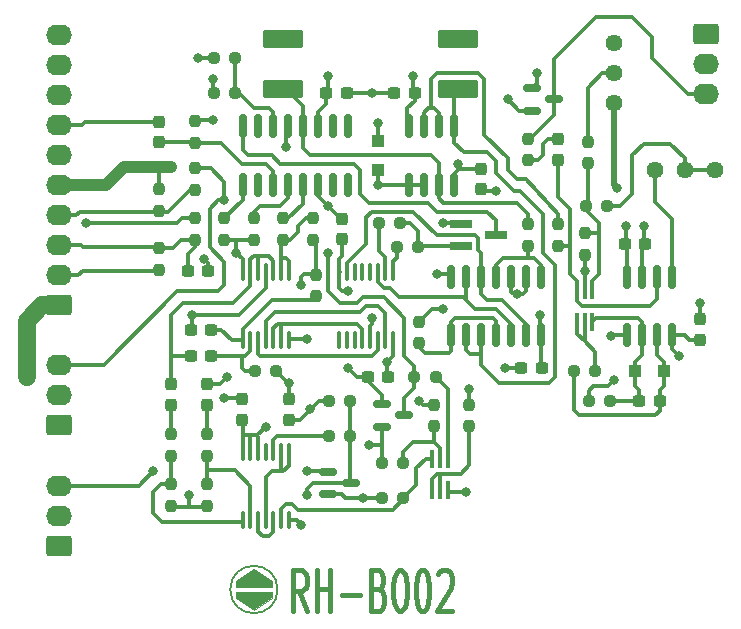
<source format=gbr>
%TF.GenerationSoftware,KiCad,Pcbnew,6.0.11-2627ca5db0~126~ubuntu22.04.1*%
%TF.CreationDate,2023-05-12T21:42:37+02:00*%
%TF.ProjectId,Etherwave-GateCV,45746865-7277-4617-9665-2d4761746543,rev?*%
%TF.SameCoordinates,Original*%
%TF.FileFunction,Copper,L1,Top*%
%TF.FilePolarity,Positive*%
%FSLAX46Y46*%
G04 Gerber Fmt 4.6, Leading zero omitted, Abs format (unit mm)*
G04 Created by KiCad (PCBNEW 6.0.11-2627ca5db0~126~ubuntu22.04.1) date 2023-05-12 21:42:37*
%MOMM*%
%LPD*%
G01*
G04 APERTURE LIST*
G04 Aperture macros list*
%AMRoundRect*
0 Rectangle with rounded corners*
0 $1 Rounding radius*
0 $2 $3 $4 $5 $6 $7 $8 $9 X,Y pos of 4 corners*
0 Add a 4 corners polygon primitive as box body*
4,1,4,$2,$3,$4,$5,$6,$7,$8,$9,$2,$3,0*
0 Add four circle primitives for the rounded corners*
1,1,$1+$1,$2,$3*
1,1,$1+$1,$4,$5*
1,1,$1+$1,$6,$7*
1,1,$1+$1,$8,$9*
0 Add four rect primitives between the rounded corners*
20,1,$1+$1,$2,$3,$4,$5,0*
20,1,$1+$1,$4,$5,$6,$7,0*
20,1,$1+$1,$6,$7,$8,$9,0*
20,1,$1+$1,$8,$9,$2,$3,0*%
G04 Aperture macros list end*
%TA.AperFunction,NonConductor*%
%ADD10C,0.100000*%
%TD*%
%TA.AperFunction,NonConductor*%
%ADD11C,0.150000*%
%TD*%
%ADD12C,0.400000*%
%TA.AperFunction,NonConductor*%
%ADD13C,0.400000*%
%TD*%
%TA.AperFunction,SMDPad,CuDef*%
%ADD14RoundRect,0.237500X-0.300000X-0.237500X0.300000X-0.237500X0.300000X0.237500X-0.300000X0.237500X0*%
%TD*%
%TA.AperFunction,SMDPad,CuDef*%
%ADD15RoundRect,0.237500X0.237500X-0.250000X0.237500X0.250000X-0.237500X0.250000X-0.237500X-0.250000X0*%
%TD*%
%TA.AperFunction,ComponentPad*%
%ADD16RoundRect,0.250000X0.845000X-0.620000X0.845000X0.620000X-0.845000X0.620000X-0.845000X-0.620000X0*%
%TD*%
%TA.AperFunction,ComponentPad*%
%ADD17O,2.190000X1.740000*%
%TD*%
%TA.AperFunction,SMDPad,CuDef*%
%ADD18RoundRect,0.250000X1.450000X-0.537500X1.450000X0.537500X-1.450000X0.537500X-1.450000X-0.537500X0*%
%TD*%
%TA.AperFunction,SMDPad,CuDef*%
%ADD19RoundRect,0.237500X0.237500X-0.300000X0.237500X0.300000X-0.237500X0.300000X-0.237500X-0.300000X0*%
%TD*%
%TA.AperFunction,SMDPad,CuDef*%
%ADD20RoundRect,0.150000X-0.150000X0.825000X-0.150000X-0.825000X0.150000X-0.825000X0.150000X0.825000X0*%
%TD*%
%TA.AperFunction,SMDPad,CuDef*%
%ADD21RoundRect,0.237500X-0.237500X0.250000X-0.237500X-0.250000X0.237500X-0.250000X0.237500X0.250000X0*%
%TD*%
%TA.AperFunction,SMDPad,CuDef*%
%ADD22RoundRect,0.237500X0.300000X0.237500X-0.300000X0.237500X-0.300000X-0.237500X0.300000X-0.237500X0*%
%TD*%
%TA.AperFunction,SMDPad,CuDef*%
%ADD23RoundRect,0.237500X-0.250000X-0.237500X0.250000X-0.237500X0.250000X0.237500X-0.250000X0.237500X0*%
%TD*%
%TA.AperFunction,SMDPad,CuDef*%
%ADD24RoundRect,0.237500X-0.237500X0.300000X-0.237500X-0.300000X0.237500X-0.300000X0.237500X0.300000X0*%
%TD*%
%TA.AperFunction,SMDPad,CuDef*%
%ADD25RoundRect,0.237500X0.250000X0.237500X-0.250000X0.237500X-0.250000X-0.237500X0.250000X-0.237500X0*%
%TD*%
%TA.AperFunction,SMDPad,CuDef*%
%ADD26R,1.900000X0.800000*%
%TD*%
%TA.AperFunction,SMDPad,CuDef*%
%ADD27RoundRect,0.150000X-0.587500X-0.150000X0.587500X-0.150000X0.587500X0.150000X-0.587500X0.150000X0*%
%TD*%
%TA.AperFunction,SMDPad,CuDef*%
%ADD28R,0.400000X1.500000*%
%TD*%
%TA.AperFunction,ComponentPad*%
%ADD29C,1.440000*%
%TD*%
%TA.AperFunction,SMDPad,CuDef*%
%ADD30R,1.000000X1.000000*%
%TD*%
%TA.AperFunction,SMDPad,CuDef*%
%ADD31RoundRect,0.100000X-0.100000X0.637500X-0.100000X-0.637500X0.100000X-0.637500X0.100000X0.637500X0*%
%TD*%
%TA.AperFunction,SMDPad,CuDef*%
%ADD32RoundRect,0.100000X0.100000X-0.637500X0.100000X0.637500X-0.100000X0.637500X-0.100000X-0.637500X0*%
%TD*%
%TA.AperFunction,SMDPad,CuDef*%
%ADD33RoundRect,0.150000X0.150000X-0.825000X0.150000X0.825000X-0.150000X0.825000X-0.150000X-0.825000X0*%
%TD*%
%TA.AperFunction,ComponentPad*%
%ADD34RoundRect,0.250000X-0.845000X0.620000X-0.845000X-0.620000X0.845000X-0.620000X0.845000X0.620000X0*%
%TD*%
%TA.AperFunction,ViaPad*%
%ADD35C,0.800000*%
%TD*%
%TA.AperFunction,Conductor*%
%ADD36C,0.350000*%
%TD*%
%TA.AperFunction,Conductor*%
%ADD37C,0.250000*%
%TD*%
%TA.AperFunction,Conductor*%
%ADD38C,1.500000*%
%TD*%
%TA.AperFunction,Conductor*%
%ADD39C,0.500000*%
%TD*%
%TA.AperFunction,Conductor*%
%ADD40C,1.000000*%
%TD*%
G04 APERTURE END LIST*
D10*
G36*
X78000000Y-106750000D02*
G01*
X76500000Y-107750000D01*
X75000000Y-106750000D01*
X75000000Y-106250000D01*
X78000000Y-106250000D01*
X78000000Y-106750000D01*
G37*
X78000000Y-106750000D02*
X76500000Y-107750000D01*
X75000000Y-106750000D01*
X75000000Y-106250000D01*
X78000000Y-106250000D01*
X78000000Y-106750000D01*
G36*
X78000000Y-105250000D02*
G01*
X78000000Y-105750000D01*
X75000000Y-105750000D01*
X75000000Y-105250000D01*
X76500000Y-104250000D01*
X78000000Y-105250000D01*
G37*
X78000000Y-105250000D02*
X78000000Y-105750000D01*
X75000000Y-105750000D01*
X75000000Y-105250000D01*
X76500000Y-104250000D01*
X78000000Y-105250000D01*
D11*
X78500000Y-106000000D02*
G75*
G03*
X78500000Y-106000000I-2000000J0D01*
G01*
D12*
D13*
X80976190Y-107833333D02*
X80309523Y-106166666D01*
X79833333Y-107833333D02*
X79833333Y-104333333D01*
X80595238Y-104333333D01*
X80785714Y-104500000D01*
X80880952Y-104666666D01*
X80976190Y-105000000D01*
X80976190Y-105500000D01*
X80880952Y-105833333D01*
X80785714Y-106000000D01*
X80595238Y-106166666D01*
X79833333Y-106166666D01*
X81833333Y-107833333D02*
X81833333Y-104333333D01*
X81833333Y-106000000D02*
X82976190Y-106000000D01*
X82976190Y-107833333D02*
X82976190Y-104333333D01*
X83928571Y-106500000D02*
X85452380Y-106500000D01*
X87071428Y-106000000D02*
X87357142Y-106166666D01*
X87452380Y-106333333D01*
X87547619Y-106666666D01*
X87547619Y-107166666D01*
X87452380Y-107500000D01*
X87357142Y-107666666D01*
X87166666Y-107833333D01*
X86404761Y-107833333D01*
X86404761Y-104333333D01*
X87071428Y-104333333D01*
X87261904Y-104500000D01*
X87357142Y-104666666D01*
X87452380Y-105000000D01*
X87452380Y-105333333D01*
X87357142Y-105666666D01*
X87261904Y-105833333D01*
X87071428Y-106000000D01*
X86404761Y-106000000D01*
X88785714Y-104333333D02*
X88976190Y-104333333D01*
X89166666Y-104500000D01*
X89261904Y-104666666D01*
X89357142Y-105000000D01*
X89452380Y-105666666D01*
X89452380Y-106500000D01*
X89357142Y-107166666D01*
X89261904Y-107500000D01*
X89166666Y-107666666D01*
X88976190Y-107833333D01*
X88785714Y-107833333D01*
X88595238Y-107666666D01*
X88500000Y-107500000D01*
X88404761Y-107166666D01*
X88309523Y-106500000D01*
X88309523Y-105666666D01*
X88404761Y-105000000D01*
X88500000Y-104666666D01*
X88595238Y-104500000D01*
X88785714Y-104333333D01*
X90690476Y-104333333D02*
X90880952Y-104333333D01*
X91071428Y-104500000D01*
X91166666Y-104666666D01*
X91261904Y-105000000D01*
X91357142Y-105666666D01*
X91357142Y-106500000D01*
X91261904Y-107166666D01*
X91166666Y-107500000D01*
X91071428Y-107666666D01*
X90880952Y-107833333D01*
X90690476Y-107833333D01*
X90500000Y-107666666D01*
X90404761Y-107500000D01*
X90309523Y-107166666D01*
X90214285Y-106500000D01*
X90214285Y-105666666D01*
X90309523Y-105000000D01*
X90404761Y-104666666D01*
X90500000Y-104500000D01*
X90690476Y-104333333D01*
X92119047Y-104666666D02*
X92214285Y-104500000D01*
X92404761Y-104333333D01*
X92880952Y-104333333D01*
X93071428Y-104500000D01*
X93166666Y-104666666D01*
X93261904Y-105000000D01*
X93261904Y-105333333D01*
X93166666Y-105833333D01*
X92023809Y-107833333D01*
X93261904Y-107833333D01*
D14*
%TO.P,C1,1*%
%TO.N,Net-(C1-Pad1)*%
X70887500Y-79000000D03*
%TO.P,C1,2*%
%TO.N,GND*%
X72612500Y-79000000D03*
%TD*%
D15*
%TO.P,R14,1*%
%TO.N,Net-(R14-Pad1)*%
X72500000Y-94662500D03*
%TO.P,R14,2*%
%TO.N,Net-(C11-Pad1)*%
X72500000Y-92837500D03*
%TD*%
D16*
%TO.P,J1,1,Pin_1*%
%TO.N,GND*%
X60020000Y-81930000D03*
D17*
%TO.P,J1,2,Pin_2*%
%TO.N,Net-(J1-Pad2)*%
X60020000Y-79390000D03*
%TO.P,J1,3,Pin_3*%
%TO.N,Net-(C1-Pad1)*%
X60020000Y-76850000D03*
%TO.P,J1,4,Pin_4*%
%TO.N,Net-(J1-Pad4)*%
X60020000Y-74310000D03*
%TO.P,J1,5,Pin_5*%
%TO.N,-12V*%
X60020000Y-71770000D03*
%TO.P,J1,6,Pin_6*%
%TO.N,+12V*%
X60020000Y-69230000D03*
%TO.P,J1,7,Pin_7*%
%TO.N,Net-(C4-Pad1)*%
X60020000Y-66690000D03*
%TO.P,J1,8,Pin_8*%
%TO.N,unconnected-(J1-Pad8)*%
X60020000Y-64150000D03*
%TO.P,J1,9,Pin_9*%
%TO.N,unconnected-(J1-Pad9)*%
X60020000Y-61610000D03*
%TO.P,J1,10,Pin_10*%
%TO.N,unconnected-(J1-Pad10)*%
X60020000Y-59070000D03*
%TD*%
D15*
%TO.P,R5,1*%
%TO.N,Net-(C4-Pad2)*%
X71500000Y-68162500D03*
%TO.P,R5,2*%
%TO.N,GND*%
X71500000Y-66337500D03*
%TD*%
D18*
%TO.P,C13,1*%
%TO.N,Net-(C13-Pad1)*%
X93750000Y-63637500D03*
%TO.P,C13,2*%
%TO.N,GND*%
X93750000Y-59362500D03*
%TD*%
D19*
%TO.P,C14,1*%
%TO.N,Net-(C14-Pad1)*%
X102250000Y-69612500D03*
%TO.P,C14,2*%
%TO.N,Net-(C14-Pad2)*%
X102250000Y-67887500D03*
%TD*%
D15*
%TO.P,R40,1*%
%TO.N,Net-(R40-Pad1)*%
X99750000Y-76912500D03*
%TO.P,R40,2*%
%TO.N,Net-(C12-Pad1)*%
X99750000Y-75087500D03*
%TD*%
%TO.P,R3,1*%
%TO.N,Net-(J1-Pad4)*%
X71500000Y-72162500D03*
%TO.P,R3,2*%
%TO.N,Net-(D4-Pad3)*%
X71500000Y-70337500D03*
%TD*%
D19*
%TO.P,C18,1*%
%TO.N,GND*%
X95750000Y-72112500D03*
%TO.P,C18,2*%
%TO.N,-12V*%
X95750000Y-70387500D03*
%TD*%
D16*
%TO.P,J4,1,Pin_1*%
%TO.N,GND*%
X60020000Y-102290000D03*
D17*
%TO.P,J4,2,Pin_2*%
%TO.N,unconnected-(J4-Pad2)*%
X60020000Y-99750000D03*
%TO.P,J4,3,Pin_3*%
%TO.N,Net-(D3-Pad3)*%
X60020000Y-97210000D03*
%TD*%
D20*
%TO.P,U6,1*%
%TO.N,Net-(R40-Pad1)*%
X100810000Y-79525000D03*
%TO.P,U6,2*%
%TO.N,GND*%
X99540000Y-79525000D03*
%TO.P,U6,3*%
X98270000Y-79525000D03*
%TO.P,U6,4*%
%TO.N,Net-(R40-Pad1)*%
X97000000Y-79525000D03*
%TO.P,U6,5*%
%TO.N,Net-(U4-Pad7)*%
X95730000Y-79525000D03*
%TO.P,U6,6*%
%TO.N,Net-(U4-Pad3)*%
X94460000Y-79525000D03*
%TO.P,U6,7,VSS*%
%TO.N,GND*%
X93190000Y-79525000D03*
%TO.P,U6,8*%
%TO.N,Net-(R27-Pad1)*%
X93190000Y-84475000D03*
%TO.P,U6,9*%
%TO.N,Net-(C13-Pad1)*%
X94460000Y-84475000D03*
%TO.P,U6,10*%
X95730000Y-84475000D03*
%TO.P,U6,11*%
%TO.N,Net-(R27-Pad1)*%
X97000000Y-84475000D03*
%TO.P,U6,12*%
%TO.N,Net-(U4-Pad3)*%
X98270000Y-84475000D03*
%TO.P,U6,13*%
%TO.N,Net-(U4-Pad7)*%
X99540000Y-84475000D03*
%TO.P,U6,14,VDD*%
%TO.N,+12V*%
X100810000Y-84475000D03*
%TD*%
D21*
%TO.P,R10,1*%
%TO.N,Net-(R10-Pad1)*%
X79000000Y-74587500D03*
%TO.P,R10,2*%
%TO.N,Net-(R10-Pad2)*%
X79000000Y-76412500D03*
%TD*%
D22*
%TO.P,C20,1*%
%TO.N,GND*%
X109612500Y-76750000D03*
%TO.P,C20,2*%
%TO.N,-12V*%
X107887500Y-76750000D03*
%TD*%
D15*
%TO.P,R7,1*%
%TO.N,GND*%
X76500000Y-76412500D03*
%TO.P,R7,2*%
%TO.N,Net-(R7-Pad2)*%
X76500000Y-74587500D03*
%TD*%
D22*
%TO.P,C6,1*%
%TO.N,GND*%
X84362500Y-64000000D03*
%TO.P,C6,2*%
%TO.N,+12V*%
X82637500Y-64000000D03*
%TD*%
D14*
%TO.P,C15,1*%
%TO.N,Net-(C15-Pad1)*%
X109137500Y-90000000D03*
%TO.P,C15,2*%
%TO.N,Net-(C15-Pad2)*%
X110862500Y-90000000D03*
%TD*%
D15*
%TO.P,R27,1*%
%TO.N,Net-(R27-Pad1)*%
X90500000Y-85162500D03*
%TO.P,R27,2*%
%TO.N,Net-(D1-Pad1)*%
X90500000Y-83337500D03*
%TD*%
D23*
%TO.P,R31,1*%
%TO.N,+12V*%
X104837500Y-90000000D03*
%TO.P,R31,2*%
%TO.N,Net-(C15-Pad1)*%
X106662500Y-90000000D03*
%TD*%
D19*
%TO.P,C11,1*%
%TO.N,Net-(C11-Pad1)*%
X72500000Y-90362500D03*
%TO.P,C11,2*%
%TO.N,Net-(C11-Pad2)*%
X72500000Y-88637500D03*
%TD*%
D24*
%TO.P,C22,1*%
%TO.N,GND*%
X75500000Y-89887500D03*
%TO.P,C22,2*%
%TO.N,+12V*%
X75500000Y-91612500D03*
%TD*%
D25*
%TO.P,R24,1*%
%TO.N,Net-(D3-Pad3)*%
X84662500Y-90000000D03*
%TO.P,R24,2*%
%TO.N,GND*%
X82837500Y-90000000D03*
%TD*%
D23*
%TO.P,R20,1*%
%TO.N,+12V*%
X87337500Y-98250000D03*
%TO.P,R20,2*%
%TO.N,Net-(Q1-Pad3)*%
X89162500Y-98250000D03*
%TD*%
D26*
%TO.P,Q2,1,B*%
%TO.N,GND*%
X94000000Y-75050000D03*
%TO.P,Q2,2,E*%
%TO.N,Net-(Q2-Pad2)*%
X94000000Y-76950000D03*
%TO.P,Q2,3,C*%
%TO.N,Net-(Q2-Pad3)*%
X97000000Y-76000000D03*
%TD*%
D24*
%TO.P,C19,1*%
%TO.N,GND*%
X114250000Y-83137500D03*
%TO.P,C19,2*%
%TO.N,+12V*%
X114250000Y-84862500D03*
%TD*%
D19*
%TO.P,C7,1*%
%TO.N,GND*%
X84000000Y-76362500D03*
%TO.P,C7,2*%
%TO.N,-12V*%
X84000000Y-74637500D03*
%TD*%
D25*
%TO.P,R22,1*%
%TO.N,Net-(Q1-Pad1)*%
X91912500Y-88000000D03*
%TO.P,R22,2*%
%TO.N,Net-(D4-Pad3)*%
X90087500Y-88000000D03*
%TD*%
D21*
%TO.P,R34,1*%
%TO.N,Net-(D5-Pad3)*%
X99750000Y-67837500D03*
%TO.P,R34,2*%
%TO.N,Net-(C14-Pad2)*%
X99750000Y-69662500D03*
%TD*%
%TO.P,R4,1*%
%TO.N,-12V*%
X68500000Y-72087500D03*
%TO.P,R4,2*%
%TO.N,Net-(J1-Pad4)*%
X68500000Y-73912500D03*
%TD*%
D23*
%TO.P,R23,1*%
%TO.N,Net-(R23-Pad1)*%
X82837500Y-93000000D03*
%TO.P,R23,2*%
%TO.N,Net-(D3-Pad3)*%
X84662500Y-93000000D03*
%TD*%
D15*
%TO.P,R11,1*%
%TO.N,+12V*%
X81500000Y-76412500D03*
%TO.P,R11,2*%
%TO.N,Net-(R10-Pad2)*%
X81500000Y-74587500D03*
%TD*%
D20*
%TO.P,U7,1*%
%TO.N,Net-(RV1-Pad1)*%
X111905000Y-79525000D03*
%TO.P,U7,2,-*%
%TO.N,Net-(C14-Pad1)*%
X110635000Y-79525000D03*
%TO.P,U7,3,+*%
%TO.N,GND*%
X109365000Y-79525000D03*
%TO.P,U7,4,V-*%
%TO.N,-12V*%
X108095000Y-79525000D03*
%TO.P,U7,5,+*%
%TO.N,GND*%
X108095000Y-84475000D03*
%TO.P,U7,6,-*%
%TO.N,Net-(C15-Pad1)*%
X109365000Y-84475000D03*
%TO.P,U7,7*%
%TO.N,Net-(C15-Pad2)*%
X110635000Y-84475000D03*
%TO.P,U7,8,V+*%
%TO.N,+12V*%
X111905000Y-84475000D03*
%TD*%
D15*
%TO.P,R28,1*%
%TO.N,Net-(C14-Pad1)*%
X102250000Y-76912500D03*
%TO.P,R28,2*%
%TO.N,Net-(R28-Pad2)*%
X102250000Y-75087500D03*
%TD*%
D27*
%TO.P,D4,1*%
%TO.N,GND*%
X87312500Y-90300000D03*
%TO.P,D4,2*%
%TO.N,+12V*%
X87312500Y-92200000D03*
%TO.P,D4,3*%
%TO.N,Net-(D4-Pad3)*%
X89187500Y-91250000D03*
%TD*%
D28*
%TO.P,Q3,1,B1*%
%TO.N,Net-(Q3-Pad1)*%
X105150000Y-80670000D03*
%TO.P,Q3,2,B2*%
%TO.N,GND*%
X104500000Y-80670000D03*
%TO.P,Q3,3,C2*%
%TO.N,Net-(C14-Pad1)*%
X103850000Y-80670000D03*
%TO.P,Q3,4,E2*%
%TO.N,Net-(Q3-Pad4)*%
X103850000Y-83330000D03*
%TO.P,Q3,5,E1*%
X104500000Y-83330000D03*
%TO.P,Q3,6,C1*%
%TO.N,Net-(C15-Pad1)*%
X105150000Y-83330000D03*
%TD*%
D25*
%TO.P,R12,1*%
%TO.N,+12V*%
X78412500Y-87500000D03*
%TO.P,R12,2*%
%TO.N,Net-(C8-Pad1)*%
X76587500Y-87500000D03*
%TD*%
D23*
%TO.P,R18,1*%
%TO.N,+12V*%
X87337500Y-95250000D03*
%TO.P,R18,2*%
%TO.N,Net-(Q1-Pad2)*%
X89162500Y-95250000D03*
%TD*%
D27*
%TO.P,D5,1*%
%TO.N,-12V*%
X100062500Y-63550000D03*
%TO.P,D5,2*%
%TO.N,+12V*%
X100062500Y-65450000D03*
%TO.P,D5,3*%
%TO.N,Net-(D5-Pad3)*%
X101937500Y-64500000D03*
%TD*%
D15*
%TO.P,R16,1*%
%TO.N,+12V*%
X69500000Y-98912500D03*
%TO.P,R16,2*%
%TO.N,Net-(R15-Pad1)*%
X69500000Y-97087500D03*
%TD*%
D21*
%TO.P,R6,1*%
%TO.N,Net-(R6-Pad1)*%
X74000000Y-74587500D03*
%TO.P,R6,2*%
%TO.N,GND*%
X74000000Y-76412500D03*
%TD*%
D15*
%TO.P,R19,1*%
%TO.N,Net-(Q1-Pad2)*%
X91750000Y-92162500D03*
%TO.P,R19,2*%
%TO.N,GND*%
X91750000Y-90337500D03*
%TD*%
D27*
%TO.P,D3,1*%
%TO.N,GND*%
X82812500Y-96050000D03*
%TO.P,D3,2*%
%TO.N,+12V*%
X82812500Y-97950000D03*
%TO.P,D3,3*%
%TO.N,Net-(D3-Pad3)*%
X84687500Y-97000000D03*
%TD*%
D25*
%TO.P,R30,1*%
%TO.N,Net-(Q3-Pad4)*%
X105412500Y-87500000D03*
%TO.P,R30,2*%
%TO.N,Net-(C15-Pad2)*%
X103587500Y-87500000D03*
%TD*%
D29*
%TO.P,RV2,1,1*%
%TO.N,-12V*%
X107000000Y-64790000D03*
%TO.P,RV2,2,2*%
%TO.N,Net-(R33-Pad1)*%
X107000000Y-62250000D03*
%TO.P,RV2,3,3*%
%TO.N,+12V*%
X107000000Y-59710000D03*
%TD*%
D14*
%TO.P,C21,1*%
%TO.N,GND*%
X86137500Y-88000000D03*
%TO.P,C21,2*%
%TO.N,+12V*%
X87862500Y-88000000D03*
%TD*%
D19*
%TO.P,C10,1*%
%TO.N,Net-(C10-Pad1)*%
X69500000Y-90362500D03*
%TO.P,C10,2*%
%TO.N,Net-(C10-Pad2)*%
X69500000Y-88637500D03*
%TD*%
D15*
%TO.P,R15,1*%
%TO.N,Net-(R15-Pad1)*%
X69500000Y-94662500D03*
%TO.P,R15,2*%
%TO.N,Net-(C10-Pad1)*%
X69500000Y-92837500D03*
%TD*%
%TO.P,R2,1*%
%TO.N,Net-(C1-Pad1)*%
X71500000Y-76412500D03*
%TO.P,R2,2*%
%TO.N,+12V*%
X71500000Y-74587500D03*
%TD*%
%TO.P,R21,1*%
%TO.N,Net-(Q1-Pad4)*%
X94750000Y-92162500D03*
%TO.P,R21,2*%
%TO.N,-12V*%
X94750000Y-90337500D03*
%TD*%
D30*
%TO.P,D2,1,K*%
%TO.N,Net-(C15-Pad1)*%
X108750000Y-87500000D03*
%TO.P,D2,2,A*%
%TO.N,Net-(C15-Pad2)*%
X111250000Y-87500000D03*
%TD*%
D31*
%TO.P,U4,1,Q1*%
%TO.N,Net-(R26-Pad1)*%
X88275000Y-79137500D03*
%TO.P,U4,2,Q0*%
%TO.N,Net-(R25-Pad1)*%
X87625000Y-79137500D03*
%TO.P,U4,3,Q2*%
%TO.N,Net-(U4-Pad3)*%
X86975000Y-79137500D03*
%TO.P,U4,4,Q5*%
%TO.N,unconnected-(U4-Pad4)*%
X86325000Y-79137500D03*
%TO.P,U4,5,Q6*%
%TO.N,unconnected-(U4-Pad5)*%
X85675000Y-79137500D03*
%TO.P,U4,6*%
%TO.N,N/C*%
X85025000Y-79137500D03*
%TO.P,U4,7,Q3*%
%TO.N,Net-(U4-Pad7)*%
X84375000Y-79137500D03*
%TO.P,U4,8,VSS*%
%TO.N,GND*%
X83725000Y-79137500D03*
%TO.P,U4,9*%
%TO.N,N/C*%
X83725000Y-84862500D03*
%TO.P,U4,10,Q7*%
%TO.N,unconnected-(U4-Pad10)*%
X84375000Y-84862500D03*
%TO.P,U4,11,Q4*%
%TO.N,unconnected-(U4-Pad11)*%
X85025000Y-84862500D03*
%TO.P,U4,12,Cout*%
%TO.N,Net-(U2-Pad12)*%
X85675000Y-84862500D03*
%TO.P,U4,13,CKEN*%
%TO.N,GND*%
X86325000Y-84862500D03*
%TO.P,U4,14,CLK*%
%TO.N,Net-(U2-Pad10)*%
X86975000Y-84862500D03*
%TO.P,U4,15,Reset*%
%TO.N,Net-(U2-Pad11)*%
X87625000Y-84862500D03*
%TO.P,U4,16,VDD*%
%TO.N,+12V*%
X88275000Y-84862500D03*
%TD*%
D28*
%TO.P,Q1,1,B1*%
%TO.N,Net-(Q1-Pad1)*%
X92900000Y-94920000D03*
%TO.P,Q1,2,B2*%
%TO.N,Net-(Q1-Pad2)*%
X92250000Y-94920000D03*
%TO.P,Q1,3,C2*%
%TO.N,Net-(Q1-Pad3)*%
X91600000Y-94920000D03*
%TO.P,Q1,4,E2*%
%TO.N,Net-(Q1-Pad4)*%
X91600000Y-97580000D03*
%TO.P,Q1,5,E1*%
X92250000Y-97580000D03*
%TO.P,Q1,6,C1*%
%TO.N,+12V*%
X92900000Y-97580000D03*
%TD*%
D32*
%TO.P,U3,1*%
%TO.N,Net-(R15-Pad1)*%
X75550000Y-100112500D03*
%TO.P,U3,2*%
%TO.N,Net-(R14-Pad1)*%
X76200000Y-100112500D03*
%TO.P,U3,3*%
%TO.N,Net-(U3-Pad3)*%
X76850000Y-100112500D03*
%TO.P,U3,4*%
%TO.N,Net-(U3-Pad4)*%
X77500000Y-100112500D03*
%TO.P,U3,5*%
%TO.N,Net-(U3-Pad3)*%
X78150000Y-100112500D03*
%TO.P,U3,6*%
%TO.N,Net-(Q1-Pad3)*%
X78800000Y-100112500D03*
%TO.P,U3,7,GND*%
%TO.N,GND*%
X79450000Y-100112500D03*
%TO.P,U3,8*%
%TO.N,Net-(U3-Pad4)*%
X79450000Y-94387500D03*
%TO.P,U3,9*%
X78800000Y-94387500D03*
%TO.P,U3,10*%
%TO.N,Net-(R23-Pad1)*%
X78150000Y-94387500D03*
%TO.P,U3,11*%
%TO.N,unconnected-(U3-Pad11)*%
X77500000Y-94387500D03*
%TO.P,U3,12*%
%TO.N,+12V*%
X76850000Y-94387500D03*
%TO.P,U3,13*%
X76200000Y-94387500D03*
%TO.P,U3,14,VCC*%
X75550000Y-94387500D03*
%TD*%
D29*
%TO.P,RV1,1,1*%
%TO.N,Net-(RV1-Pad1)*%
X110460000Y-70500000D03*
%TO.P,RV1,2,2*%
%TO.N,Net-(R32-Pad1)*%
X113000000Y-70500000D03*
%TO.P,RV1,3,3*%
X115540000Y-70500000D03*
%TD*%
D15*
%TO.P,R17,1*%
%TO.N,+12V*%
X72500000Y-98912500D03*
%TO.P,R17,2*%
%TO.N,Net-(R14-Pad1)*%
X72500000Y-97087500D03*
%TD*%
D22*
%TO.P,C9,1*%
%TO.N,Net-(C9-Pad1)*%
X72862500Y-84000000D03*
%TO.P,C9,2*%
%TO.N,Net-(C11-Pad2)*%
X71137500Y-84000000D03*
%TD*%
D18*
%TO.P,C12,1*%
%TO.N,Net-(C12-Pad1)*%
X79000000Y-63637500D03*
%TO.P,C12,2*%
%TO.N,GND*%
X79000000Y-59362500D03*
%TD*%
D25*
%TO.P,R8,1*%
%TO.N,Net-(R8-Pad1)*%
X74912500Y-64000000D03*
%TO.P,R8,2*%
%TO.N,+12V*%
X73087500Y-64000000D03*
%TD*%
D33*
%TO.P,U5,1*%
%TO.N,Net-(D1-Pad1)*%
X89595000Y-71725000D03*
%TO.P,U5,2,-*%
X90865000Y-71725000D03*
%TO.P,U5,3,+*%
%TO.N,Net-(C12-Pad1)*%
X92135000Y-71725000D03*
%TO.P,U5,4,V-*%
%TO.N,-12V*%
X93405000Y-71725000D03*
%TO.P,U5,5,+*%
%TO.N,Net-(C13-Pad1)*%
X93405000Y-66775000D03*
%TO.P,U5,6,-*%
%TO.N,Net-(R28-Pad2)*%
X92135000Y-66775000D03*
%TO.P,U5,7*%
X90865000Y-66775000D03*
%TO.P,U5,8,V+*%
%TO.N,+12V*%
X89595000Y-66775000D03*
%TD*%
D23*
%TO.P,R9,1*%
%TO.N,GND*%
X73087500Y-61000000D03*
%TO.P,R9,2*%
%TO.N,Net-(R8-Pad1)*%
X74912500Y-61000000D03*
%TD*%
D15*
%TO.P,R1,1*%
%TO.N,Net-(J1-Pad2)*%
X68500000Y-78912500D03*
%TO.P,R1,2*%
%TO.N,Net-(C1-Pad1)*%
X68500000Y-77087500D03*
%TD*%
D21*
%TO.P,R13,1*%
%TO.N,+12V*%
X81750000Y-79337500D03*
%TO.P,R13,2*%
%TO.N,Net-(C9-Pad1)*%
X81750000Y-81162500D03*
%TD*%
%TO.P,R33,1*%
%TO.N,Net-(R33-Pad1)*%
X104750000Y-68087500D03*
%TO.P,R33,2*%
%TO.N,Net-(Q3-Pad1)*%
X104750000Y-69912500D03*
%TD*%
D23*
%TO.P,R26,1*%
%TO.N,Net-(R26-Pad1)*%
X88587500Y-77000000D03*
%TO.P,R26,2*%
%TO.N,Net-(Q2-Pad2)*%
X90412500Y-77000000D03*
%TD*%
D30*
%TO.P,D1,1,K*%
%TO.N,Net-(D1-Pad1)*%
X87000000Y-70500000D03*
%TO.P,D1,2,A*%
%TO.N,GND*%
X87000000Y-68000000D03*
%TD*%
D14*
%TO.P,C16,1*%
%TO.N,GND*%
X99137500Y-87250000D03*
%TO.P,C16,2*%
%TO.N,+12V*%
X100862500Y-87250000D03*
%TD*%
D22*
%TO.P,C8,1*%
%TO.N,Net-(C8-Pad1)*%
X72862500Y-86250000D03*
%TO.P,C8,2*%
%TO.N,Net-(C10-Pad2)*%
X71137500Y-86250000D03*
%TD*%
D34*
%TO.P,J3,1,Pin_1*%
%TO.N,GND*%
X114750000Y-58960000D03*
D17*
%TO.P,J3,2,Pin_2*%
%TO.N,unconnected-(J3-Pad2)*%
X114750000Y-61500000D03*
%TO.P,J3,3,Pin_3*%
%TO.N,Net-(D5-Pad3)*%
X114750000Y-64040000D03*
%TD*%
D21*
%TO.P,R29,1*%
%TO.N,Net-(Q3-Pad1)*%
X104500000Y-75837500D03*
%TO.P,R29,2*%
%TO.N,GND*%
X104500000Y-77662500D03*
%TD*%
D23*
%TO.P,R25,1*%
%TO.N,Net-(R25-Pad1)*%
X87087500Y-75000000D03*
%TO.P,R25,2*%
%TO.N,Net-(Q2-Pad2)*%
X88912500Y-75000000D03*
%TD*%
D14*
%TO.P,C17,1*%
%TO.N,GND*%
X88387500Y-64000000D03*
%TO.P,C17,2*%
%TO.N,+12V*%
X90112500Y-64000000D03*
%TD*%
D24*
%TO.P,C4,1*%
%TO.N,Net-(C4-Pad1)*%
X68500000Y-66387500D03*
%TO.P,C4,2*%
%TO.N,Net-(C4-Pad2)*%
X68500000Y-68112500D03*
%TD*%
D31*
%TO.P,U2,1*%
%TO.N,Net-(R10-Pad2)*%
X79450000Y-79137500D03*
%TO.P,U2,2*%
X78800000Y-79137500D03*
%TO.P,U2,3*%
%TO.N,Net-(C10-Pad2)*%
X78150000Y-79137500D03*
%TO.P,U2,4*%
%TO.N,Net-(C11-Pad2)*%
X77500000Y-79137500D03*
%TO.P,U2,5*%
%TO.N,Net-(C10-Pad2)*%
X76850000Y-79137500D03*
%TO.P,U2,6*%
X76200000Y-79137500D03*
%TO.P,U2,7,GND*%
%TO.N,GND*%
X75550000Y-79137500D03*
%TO.P,U2,8*%
%TO.N,Net-(C9-Pad1)*%
X75550000Y-84862500D03*
%TO.P,U2,9*%
%TO.N,Net-(C8-Pad1)*%
X76200000Y-84862500D03*
%TO.P,U2,10*%
%TO.N,Net-(U2-Pad10)*%
X76850000Y-84862500D03*
%TO.P,U2,11*%
%TO.N,Net-(U2-Pad11)*%
X77500000Y-84862500D03*
%TO.P,U2,12*%
%TO.N,Net-(U2-Pad12)*%
X78150000Y-84862500D03*
%TO.P,U2,13*%
X78800000Y-84862500D03*
%TO.P,U2,14,VCC*%
%TO.N,+12V*%
X79450000Y-84862500D03*
%TD*%
D16*
%TO.P,J2,1,Pin_1*%
%TO.N,GND*%
X60000000Y-92040000D03*
D17*
%TO.P,J2,2,Pin_2*%
%TO.N,unconnected-(J2-Pad2)*%
X60000000Y-89500000D03*
%TO.P,J2,3,Pin_3*%
%TO.N,Net-(D4-Pad3)*%
X60000000Y-86960000D03*
%TD*%
D33*
%TO.P,U1,1*%
%TO.N,Net-(R6-Pad1)*%
X75555000Y-71725000D03*
%TO.P,U1,2,DIODE_BIAS*%
%TO.N,unconnected-(U1-Pad2)*%
X76825000Y-71725000D03*
%TO.P,U1,3,+*%
%TO.N,Net-(C4-Pad2)*%
X78095000Y-71725000D03*
%TO.P,U1,4,-*%
%TO.N,Net-(R7-Pad2)*%
X79365000Y-71725000D03*
%TO.P,U1,5*%
%TO.N,Net-(R10-Pad1)*%
X80635000Y-71725000D03*
%TO.P,U1,6,V-*%
%TO.N,-12V*%
X81905000Y-71725000D03*
%TO.P,U1,7*%
%TO.N,unconnected-(U1-Pad7)*%
X83175000Y-71725000D03*
%TO.P,U1,8*%
%TO.N,unconnected-(U1-Pad8)*%
X84445000Y-71725000D03*
%TO.P,U1,9*%
%TO.N,unconnected-(U1-Pad9)*%
X84445000Y-66775000D03*
%TO.P,U1,10*%
%TO.N,unconnected-(U1-Pad10)*%
X83175000Y-66775000D03*
%TO.P,U1,11,V+*%
%TO.N,+12V*%
X81905000Y-66775000D03*
%TO.P,U1,12*%
%TO.N,Net-(C12-Pad1)*%
X80635000Y-66775000D03*
%TO.P,U1,13,-*%
%TO.N,GND*%
X79365000Y-66775000D03*
%TO.P,U1,14,+*%
%TO.N,Net-(R8-Pad1)*%
X78095000Y-66775000D03*
%TO.P,U1,15,DIODE_BIAS*%
%TO.N,unconnected-(U1-Pad15)*%
X76825000Y-66775000D03*
%TO.P,U1,16*%
%TO.N,Net-(Q2-Pad3)*%
X75555000Y-66775000D03*
%TD*%
D25*
%TO.P,R32,1*%
%TO.N,Net-(R32-Pad1)*%
X106412500Y-73500000D03*
%TO.P,R32,2*%
%TO.N,Net-(Q3-Pad1)*%
X104587500Y-73500000D03*
%TD*%
D19*
%TO.P,C5,1*%
%TO.N,GND*%
X79500000Y-91612500D03*
%TO.P,C5,2*%
%TO.N,+12V*%
X79500000Y-89887500D03*
%TD*%
D35*
%TO.N,GND*%
X93750000Y-59750000D03*
X84500000Y-87250000D03*
X86500000Y-83000000D03*
X81000000Y-96000000D03*
X73000000Y-66250000D03*
X92000000Y-79250000D03*
X79250000Y-68500000D03*
X109500000Y-75250000D03*
X87000000Y-66500000D03*
X79000000Y-59750000D03*
X81250000Y-90750000D03*
X114250000Y-81750000D03*
X57250000Y-88000000D03*
X86500000Y-64000000D03*
X98750000Y-81000000D03*
X104500000Y-79000000D03*
X84500000Y-80750000D03*
X80500000Y-100500000D03*
X106750000Y-84500000D03*
X90500000Y-90000000D03*
X57250000Y-87000000D03*
X97750000Y-87250000D03*
X57250000Y-86000000D03*
X97000000Y-72250000D03*
X75000000Y-77500000D03*
X71750000Y-61000000D03*
X74000000Y-89750000D03*
X92500000Y-75000000D03*
X72250000Y-78000000D03*
%TO.N,+12V*%
X85750000Y-98250000D03*
X107000000Y-88250000D03*
X100750000Y-82750000D03*
X77500000Y-92250000D03*
X79500000Y-88500000D03*
X62250000Y-75000000D03*
X71000000Y-98000000D03*
X82750000Y-62500000D03*
X73000000Y-62750000D03*
X86250000Y-93750000D03*
X87750000Y-86750000D03*
X81000000Y-84750000D03*
X90000000Y-62500000D03*
X80500000Y-80250000D03*
X94500000Y-97750000D03*
X112500000Y-86250000D03*
X98000000Y-64500000D03*
%TO.N,-12V*%
X67500000Y-70250000D03*
X69500000Y-70250000D03*
X82750000Y-73500000D03*
X68500000Y-70250000D03*
X107250000Y-72000000D03*
X108000000Y-75250000D03*
X100500000Y-62250000D03*
X94750000Y-89000000D03*
X93750000Y-70000000D03*
%TO.N,Net-(C11-Pad2)*%
X74250000Y-88000000D03*
X71250000Y-82750000D03*
%TO.N,Net-(D1-Pad1)*%
X92500000Y-82250000D03*
X87000000Y-71750000D03*
%TO.N,Net-(D3-Pad3)*%
X81000000Y-98000000D03*
X68000000Y-96000000D03*
%TO.N,Net-(D4-Pad3)*%
X82750000Y-77500000D03*
X74000000Y-73000000D03*
%TD*%
D36*
%TO.N,Net-(C1-Pad1)*%
X70337500Y-76412500D02*
X71500000Y-76412500D01*
X61850000Y-76850000D02*
X60020000Y-76850000D01*
D37*
X68500000Y-77087500D02*
X68500000Y-77000000D01*
X68500000Y-77087500D02*
X68337500Y-77087500D01*
D36*
X70887500Y-77612500D02*
X70887500Y-79000000D01*
D37*
X68337500Y-77087500D02*
X68250000Y-77000000D01*
D36*
X71500000Y-77000000D02*
X71500000Y-76412500D01*
X68250000Y-77000000D02*
X62000000Y-77000000D01*
X62000000Y-77000000D02*
X61850000Y-76850000D01*
X71500000Y-77000000D02*
X70887500Y-77612500D01*
X68500000Y-77087500D02*
X69662500Y-77087500D01*
X69662500Y-77087500D02*
X70337500Y-76412500D01*
%TO.N,GND*%
X99540000Y-80710000D02*
X99540000Y-79525000D01*
X80112500Y-100112500D02*
X79450000Y-100112500D01*
X91750000Y-90337500D02*
X90837500Y-90337500D01*
X79250000Y-66890000D02*
X79365000Y-66775000D01*
X81000000Y-96000000D02*
X82762500Y-96000000D01*
X90837500Y-90337500D02*
X90500000Y-90000000D01*
D38*
X57250000Y-83250000D02*
X57250000Y-88000000D01*
D36*
X97000000Y-72250000D02*
X95887500Y-72250000D01*
X104500000Y-77662500D02*
X104500000Y-79000000D01*
X79362500Y-91750000D02*
X79500000Y-91612500D01*
X92500000Y-75000000D02*
X93950000Y-75000000D01*
D38*
X60020000Y-81930000D02*
X58570000Y-81930000D01*
D36*
X75550000Y-79137500D02*
X75550000Y-78050000D01*
X104500000Y-80670000D02*
X104500000Y-79000000D01*
D38*
X58570000Y-81930000D02*
X57250000Y-83250000D01*
D36*
X75362500Y-89750000D02*
X75500000Y-89887500D01*
X83725000Y-79137500D02*
X83725000Y-78025000D01*
X109500000Y-76637500D02*
X109612500Y-76750000D01*
X75000000Y-77500000D02*
X75000000Y-76412500D01*
X97750000Y-87250000D02*
X99137500Y-87250000D01*
X83725000Y-80475000D02*
X84000000Y-80750000D01*
X88387500Y-64000000D02*
X86000000Y-64000000D01*
X84000000Y-77750000D02*
X84000000Y-76362500D01*
X83725000Y-78025000D02*
X84000000Y-77750000D01*
X98500000Y-81000000D02*
X99250000Y-81000000D01*
X82762500Y-96000000D02*
X82812500Y-96050000D01*
X108095000Y-84475000D02*
X106775000Y-84475000D01*
X75550000Y-78050000D02*
X75000000Y-77500000D01*
X86137500Y-88000000D02*
X86137500Y-88387500D01*
X86137500Y-88387500D02*
X87312500Y-89562500D01*
X98270000Y-80770000D02*
X98500000Y-81000000D01*
X109365000Y-79525000D02*
X109365000Y-76997500D01*
X72612500Y-78362500D02*
X72250000Y-78000000D01*
X98270000Y-79525000D02*
X98270000Y-80770000D01*
X99250000Y-81000000D02*
X99540000Y-80710000D01*
X82837500Y-90000000D02*
X82000000Y-90000000D01*
X114250000Y-81750000D02*
X114250000Y-83137500D01*
X72612500Y-79000000D02*
X72612500Y-78362500D01*
X73087500Y-61000000D02*
X71750000Y-61000000D01*
X109500000Y-75250000D02*
X109500000Y-76637500D01*
X87312500Y-89562500D02*
X87312500Y-90300000D01*
X106775000Y-84475000D02*
X106750000Y-84500000D01*
X86000000Y-64000000D02*
X84362500Y-64000000D01*
X80387500Y-91612500D02*
X79500000Y-91612500D01*
X98250000Y-79505000D02*
X98270000Y-79525000D01*
X79250000Y-68500000D02*
X79250000Y-66890000D01*
X83750000Y-79112500D02*
X83725000Y-79137500D01*
X79387500Y-91500000D02*
X79500000Y-91612500D01*
X109365000Y-76997500D02*
X109612500Y-76750000D01*
X75000000Y-76412500D02*
X74000000Y-76412500D01*
X93950000Y-75000000D02*
X94000000Y-75050000D01*
X86325000Y-83675000D02*
X86500000Y-83500000D01*
X87000000Y-68000000D02*
X87000000Y-66500000D01*
X108070000Y-84500000D02*
X108095000Y-84475000D01*
X85250000Y-88000000D02*
X84500000Y-87250000D01*
X83725000Y-79137500D02*
X83725000Y-80475000D01*
X86325000Y-84862500D02*
X86325000Y-83675000D01*
X86137500Y-88000000D02*
X85250000Y-88000000D01*
X84000000Y-80750000D02*
X84500000Y-80750000D01*
X84137500Y-76500000D02*
X84000000Y-76362500D01*
X80500000Y-100500000D02*
X80112500Y-100112500D01*
X86500000Y-83000000D02*
X86500000Y-83500000D01*
X73000000Y-66250000D02*
X71587500Y-66250000D01*
X79637500Y-91750000D02*
X79500000Y-91612500D01*
X92000000Y-79250000D02*
X92915000Y-79250000D01*
X92915000Y-79250000D02*
X93190000Y-79525000D01*
X74000000Y-89750000D02*
X75362500Y-89750000D01*
X95887500Y-72250000D02*
X95750000Y-72112500D01*
X82000000Y-90000000D02*
X80387500Y-91612500D01*
X71587500Y-66250000D02*
X71500000Y-66337500D01*
X75000000Y-76412500D02*
X76500000Y-76412500D01*
%TO.N,Net-(C4-Pad1)*%
X62242500Y-66387500D02*
X61940000Y-66690000D01*
X61940000Y-66690000D02*
X60020000Y-66690000D01*
X68500000Y-66387500D02*
X62242500Y-66387500D01*
%TO.N,Net-(C4-Pad2)*%
X78095000Y-71725000D02*
X78095000Y-70595000D01*
X73750000Y-68162500D02*
X71500000Y-68162500D01*
X77500000Y-70000000D02*
X75500000Y-70000000D01*
X78095000Y-70595000D02*
X77500000Y-70000000D01*
X68500000Y-68112500D02*
X71450000Y-68112500D01*
X71450000Y-68112500D02*
X71500000Y-68162500D01*
X75500000Y-70000000D02*
X73750000Y-68162500D01*
%TO.N,+12V*%
X73000000Y-62750000D02*
X73000000Y-63912500D01*
X81905000Y-66775000D02*
X81905000Y-65595000D01*
X70412500Y-74587500D02*
X70000000Y-75000000D01*
X90000000Y-63887500D02*
X90112500Y-64000000D01*
X75550000Y-91662500D02*
X75500000Y-91612500D01*
X73000000Y-63912500D02*
X73087500Y-64000000D01*
X79362500Y-89750000D02*
X79500000Y-89887500D01*
X76850000Y-94387500D02*
X76850000Y-93100000D01*
X79387500Y-90000000D02*
X79500000Y-89887500D01*
X90112500Y-64637500D02*
X90112500Y-64000000D01*
X89500000Y-65250000D02*
X90112500Y-64637500D01*
X71000000Y-99000000D02*
X69587500Y-99000000D01*
X76200000Y-94387500D02*
X76200000Y-93050000D01*
X87337500Y-98250000D02*
X84250000Y-98250000D01*
X69587500Y-99000000D02*
X69500000Y-98912500D01*
X89637500Y-66732500D02*
X89595000Y-66775000D01*
X80500000Y-79500000D02*
X80500000Y-80250000D01*
X106500000Y-88750000D02*
X105250000Y-88750000D01*
X89500000Y-66680000D02*
X89500000Y-65250000D01*
X88275000Y-86225000D02*
X88275000Y-84862500D01*
X100062500Y-65450000D02*
X98950000Y-65450000D01*
X112500000Y-86250000D02*
X111905000Y-85655000D01*
X87750000Y-86750000D02*
X88275000Y-86225000D01*
X72662500Y-98750000D02*
X72500000Y-98912500D01*
X82750000Y-62500000D02*
X82750000Y-63887500D01*
X104837500Y-89162500D02*
X104837500Y-90000000D01*
X87750000Y-86750000D02*
X87750000Y-87887500D01*
X81905000Y-65595000D02*
X82637500Y-64862500D01*
X81750000Y-79337500D02*
X81750000Y-77750000D01*
X71587500Y-74500000D02*
X71500000Y-74587500D01*
X72412500Y-99000000D02*
X72500000Y-98912500D01*
X71500000Y-74587500D02*
X71337500Y-74587500D01*
X75550000Y-92950000D02*
X75550000Y-91662500D01*
X76700000Y-92950000D02*
X76300000Y-92950000D01*
X83950000Y-97950000D02*
X82812500Y-97950000D01*
X73000000Y-64087500D02*
X73087500Y-64000000D01*
X79562500Y-84750000D02*
X79450000Y-84862500D01*
X79412500Y-88500000D02*
X78412500Y-87500000D01*
X71337500Y-74587500D02*
X71250000Y-74500000D01*
X87337500Y-92225000D02*
X87337500Y-93662500D01*
X113362500Y-84862500D02*
X112975000Y-84475000D01*
X100810000Y-84475000D02*
X100810000Y-87197500D01*
X71000000Y-99000000D02*
X72412500Y-99000000D01*
X87312500Y-92200000D02*
X87337500Y-92225000D01*
X71500000Y-74587500D02*
X70412500Y-74587500D01*
X62250000Y-75000000D02*
X70000000Y-75000000D01*
X81750000Y-76412500D02*
X81750000Y-77750000D01*
X100750000Y-84535000D02*
X100810000Y-84475000D01*
X76850000Y-93100000D02*
X76700000Y-92950000D01*
X77500000Y-92250000D02*
X76800000Y-92950000D01*
X81662500Y-79250000D02*
X80750000Y-79250000D01*
X87250000Y-93750000D02*
X87337500Y-93662500D01*
X111905000Y-85655000D02*
X111905000Y-84475000D01*
X105250000Y-88750000D02*
X104837500Y-89162500D01*
X90000000Y-62500000D02*
X90000000Y-63887500D01*
X76300000Y-92950000D02*
X75550000Y-92950000D01*
X79450000Y-89837500D02*
X79500000Y-89887500D01*
X80750000Y-79250000D02*
X80500000Y-79500000D01*
X76200000Y-93050000D02*
X76300000Y-92950000D01*
X76800000Y-92950000D02*
X76700000Y-92950000D01*
X87250000Y-95337500D02*
X87337500Y-95250000D01*
X82750000Y-63887500D02*
X82637500Y-64000000D01*
X100810000Y-87197500D02*
X100862500Y-87250000D01*
X79500000Y-88500000D02*
X79412500Y-88500000D01*
X87250000Y-98162500D02*
X87337500Y-98250000D01*
X98950000Y-65450000D02*
X98000000Y-64500000D01*
X82750000Y-98012500D02*
X82812500Y-97950000D01*
X79500000Y-88500000D02*
X79500000Y-89887500D01*
X82637500Y-64862500D02*
X82637500Y-64000000D01*
X114250000Y-84862500D02*
X113362500Y-84862500D01*
X87337500Y-93662500D02*
X87337500Y-95250000D01*
X81750000Y-79337500D02*
X81662500Y-79250000D01*
X107000000Y-88250000D02*
X106500000Y-88750000D01*
X94500000Y-97750000D02*
X93070000Y-97750000D01*
X87750000Y-87887500D02*
X87862500Y-88000000D01*
X104750000Y-89912500D02*
X104837500Y-90000000D01*
X112975000Y-84475000D02*
X111905000Y-84475000D01*
X81000000Y-84750000D02*
X79562500Y-84750000D01*
X75550000Y-94387500D02*
X75550000Y-92950000D01*
X86250000Y-93750000D02*
X87250000Y-93750000D01*
X89595000Y-66775000D02*
X89500000Y-66680000D01*
X100750000Y-84415000D02*
X100810000Y-84475000D01*
X71000000Y-99000000D02*
X71000000Y-98000000D01*
X93070000Y-97750000D02*
X92900000Y-97580000D01*
X84250000Y-98250000D02*
X83950000Y-97950000D01*
X100750000Y-82750000D02*
X100750000Y-84415000D01*
D39*
%TO.N,-12V*%
X107000000Y-64790000D02*
X107000000Y-71750000D01*
D36*
X100500000Y-62250000D02*
X100500000Y-63112500D01*
X93405000Y-71725000D02*
X93405000Y-70845000D01*
X68500000Y-70250000D02*
X68500000Y-72087500D01*
D40*
X65500000Y-70250000D02*
X69500000Y-70250000D01*
D36*
X108095000Y-76957500D02*
X107887500Y-76750000D01*
D40*
X63980000Y-71770000D02*
X65500000Y-70250000D01*
D37*
X68500000Y-72087500D02*
X68337500Y-72087500D01*
D36*
X93750000Y-70000000D02*
X93750000Y-70275000D01*
D40*
X60020000Y-71770000D02*
X63980000Y-71770000D01*
D36*
X108000000Y-76637500D02*
X107887500Y-76750000D01*
X93405000Y-70845000D02*
X93862500Y-70387500D01*
X100000000Y-63487500D02*
X100062500Y-63550000D01*
D37*
X68337500Y-72087500D02*
X68250000Y-72000000D01*
D36*
X93750000Y-70275000D02*
X93862500Y-70387500D01*
X83887500Y-74637500D02*
X81905000Y-72655000D01*
X108000000Y-75250000D02*
X108000000Y-76637500D01*
X81905000Y-72655000D02*
X81905000Y-71725000D01*
X100500000Y-63112500D02*
X100062500Y-63550000D01*
X93862500Y-70387500D02*
X95750000Y-70387500D01*
D39*
X107000000Y-71750000D02*
X107250000Y-72000000D01*
D36*
X108095000Y-79525000D02*
X108095000Y-76957500D01*
X84000000Y-74637500D02*
X83887500Y-74637500D01*
X94750000Y-90337500D02*
X94750000Y-89000000D01*
%TO.N,Net-(C8-Pad1)*%
X75750000Y-86250000D02*
X76200000Y-85800000D01*
X75750000Y-87500000D02*
X75500000Y-87250000D01*
X76200000Y-85800000D02*
X76200000Y-84862500D01*
X75500000Y-86250000D02*
X75750000Y-86250000D01*
X76587500Y-87500000D02*
X75750000Y-87500000D01*
X75500000Y-87250000D02*
X75500000Y-86250000D01*
X72862500Y-86250000D02*
X75500000Y-86250000D01*
%TO.N,Net-(C10-Pad2)*%
X77750000Y-77750000D02*
X78150000Y-78150000D01*
X70500000Y-81750000D02*
X69500000Y-82750000D01*
X69500000Y-86250000D02*
X69500000Y-88637500D01*
X76200000Y-78050000D02*
X76500000Y-77750000D01*
X74750000Y-81750000D02*
X70500000Y-81750000D01*
X76850000Y-77900000D02*
X77000000Y-77750000D01*
X78150000Y-78150000D02*
X78150000Y-79137500D01*
X76200000Y-79137500D02*
X76200000Y-80300000D01*
X77000000Y-77750000D02*
X77750000Y-77750000D01*
X76200000Y-79137500D02*
X76200000Y-78050000D01*
X71137500Y-86250000D02*
X69500000Y-86250000D01*
X76200000Y-80300000D02*
X74750000Y-81750000D01*
X76500000Y-77750000D02*
X77000000Y-77750000D01*
X69500000Y-82750000D02*
X69500000Y-86250000D01*
X76850000Y-79137500D02*
X76850000Y-77900000D01*
%TO.N,Net-(C9-Pad1)*%
X75550000Y-84862500D02*
X74612500Y-84862500D01*
X75550000Y-84862500D02*
X75550000Y-83950000D01*
X73750000Y-84000000D02*
X72862500Y-84000000D01*
X75550000Y-83950000D02*
X78000000Y-81500000D01*
X78000000Y-81500000D02*
X81412500Y-81500000D01*
X81412500Y-81500000D02*
X81750000Y-81162500D01*
X74612500Y-84862500D02*
X73750000Y-84000000D01*
%TO.N,Net-(C11-Pad2)*%
X72500000Y-88637500D02*
X73612500Y-88637500D01*
X71250000Y-82750000D02*
X71250000Y-83887500D01*
X73612500Y-88637500D02*
X74250000Y-88000000D01*
X71250000Y-83887500D02*
X71137500Y-84000000D01*
X71250000Y-82750000D02*
X75250000Y-82750000D01*
X77500000Y-80500000D02*
X77500000Y-79137500D01*
X75250000Y-82750000D02*
X77500000Y-80500000D01*
%TO.N,Net-(C10-Pad1)*%
X69500000Y-90362500D02*
X69500000Y-92837500D01*
%TO.N,Net-(C11-Pad1)*%
X72500000Y-90362500D02*
X72500000Y-92837500D01*
%TO.N,Net-(C12-Pad1)*%
X92135000Y-72885000D02*
X92500000Y-73250000D01*
X92135000Y-71725000D02*
X92135000Y-72885000D01*
X99750000Y-74250000D02*
X99750000Y-75087500D01*
X91500000Y-69250000D02*
X92135000Y-69885000D01*
X80635000Y-68635000D02*
X81250000Y-69250000D01*
X92500000Y-73250000D02*
X98750000Y-73250000D01*
X80635000Y-66775000D02*
X80635000Y-65022500D01*
X80635000Y-66775000D02*
X80635000Y-68635000D01*
X98750000Y-73250000D02*
X99750000Y-74250000D01*
X79000000Y-63637500D02*
X79250000Y-63637500D01*
X81250000Y-69250000D02*
X91500000Y-69250000D01*
X92135000Y-69885000D02*
X92135000Y-71725000D01*
X79250000Y-63637500D02*
X80635000Y-65022500D01*
%TO.N,Net-(C13-Pad1)*%
X95730000Y-86020000D02*
X95730000Y-86980000D01*
X97250000Y-88500000D02*
X101500000Y-88500000D01*
X94770000Y-86020000D02*
X95730000Y-86020000D01*
X95730000Y-86980000D02*
X97250000Y-88500000D01*
X93405000Y-63982500D02*
X93750000Y-63637500D01*
X94250000Y-69000000D02*
X93405000Y-68155000D01*
X101500000Y-88500000D02*
X102000000Y-88000000D01*
X97000000Y-69750000D02*
X96250000Y-69000000D01*
X93405000Y-68155000D02*
X93405000Y-66775000D01*
X93405000Y-66775000D02*
X93405000Y-63982500D01*
X94460000Y-84475000D02*
X94460000Y-85710000D01*
X97000000Y-70750000D02*
X97000000Y-69750000D01*
X101000000Y-74250000D02*
X99000000Y-72250000D01*
X102000000Y-88000000D02*
X102000000Y-78500000D01*
X98500000Y-72250000D02*
X97000000Y-70750000D01*
X94460000Y-85710000D02*
X94770000Y-86020000D01*
X101000000Y-77500000D02*
X101000000Y-74250000D01*
X96250000Y-69000000D02*
X94250000Y-69000000D01*
X95730000Y-84475000D02*
X95730000Y-86020000D01*
X99000000Y-72250000D02*
X98500000Y-72250000D01*
X102000000Y-78500000D02*
X101000000Y-77500000D01*
%TO.N,Net-(C14-Pad1)*%
X102250000Y-76912500D02*
X103162500Y-76912500D01*
X103850000Y-80670000D02*
X103850000Y-81600000D01*
X104250000Y-82000000D02*
X110000000Y-82000000D01*
X103250000Y-79250000D02*
X103250000Y-77000000D01*
X102250000Y-72750000D02*
X102250000Y-69612500D01*
X103162500Y-76912500D02*
X103250000Y-77000000D01*
X103850000Y-81600000D02*
X104250000Y-82000000D01*
X110000000Y-82000000D02*
X110635000Y-81365000D01*
X103850000Y-80670000D02*
X103850000Y-79850000D01*
X103250000Y-73750000D02*
X102250000Y-72750000D01*
X103850000Y-79850000D02*
X103250000Y-79250000D01*
X103250000Y-77000000D02*
X103250000Y-73750000D01*
X110635000Y-81365000D02*
X110635000Y-79525000D01*
%TO.N,Net-(C14-Pad2)*%
X100587500Y-69662500D02*
X101000000Y-69250000D01*
X101000000Y-68250000D02*
X101362500Y-67887500D01*
X101000000Y-69250000D02*
X101000000Y-68250000D01*
X99750000Y-69662500D02*
X100587500Y-69662500D01*
X101362500Y-67887500D02*
X102250000Y-67887500D01*
%TO.N,Net-(C15-Pad1)*%
X106662500Y-90000000D02*
X109137500Y-90000000D01*
X109000000Y-83000000D02*
X105480000Y-83000000D01*
X109137500Y-89137500D02*
X108750000Y-88750000D01*
X105480000Y-83000000D02*
X105150000Y-83330000D01*
X109365000Y-84475000D02*
X109365000Y-83365000D01*
X109365000Y-83365000D02*
X109000000Y-83000000D01*
X108750000Y-86750000D02*
X109365000Y-86135000D01*
X108750000Y-87500000D02*
X108750000Y-86750000D01*
X109365000Y-86135000D02*
X109365000Y-84475000D01*
X109137500Y-90000000D02*
X109137500Y-89137500D01*
X108750000Y-88750000D02*
X108750000Y-87500000D01*
%TO.N,Net-(C15-Pad2)*%
X103587500Y-87500000D02*
X103587500Y-90837500D01*
X103587500Y-90837500D02*
X104000000Y-91250000D01*
X110862500Y-90887500D02*
X110862500Y-90000000D01*
X111250000Y-86750000D02*
X110635000Y-86135000D01*
X110635000Y-86135000D02*
X110635000Y-84475000D01*
X111250000Y-87500000D02*
X111250000Y-86750000D01*
X110862500Y-90000000D02*
X110862500Y-89137500D01*
X111250000Y-88750000D02*
X111250000Y-87500000D01*
X110862500Y-89137500D02*
X111250000Y-88750000D01*
X104000000Y-91250000D02*
X110500000Y-91250000D01*
X110500000Y-91250000D02*
X110862500Y-90887500D01*
%TO.N,Net-(D1-Pad1)*%
X89595000Y-71725000D02*
X89570000Y-71750000D01*
X91587500Y-82250000D02*
X90500000Y-83337500D01*
X89570000Y-71750000D02*
X87000000Y-71750000D01*
X87000000Y-71750000D02*
X87000000Y-70500000D01*
X92500000Y-82250000D02*
X91587500Y-82250000D01*
X89595000Y-71725000D02*
X90865000Y-71725000D01*
%TO.N,Net-(D3-Pad3)*%
X68000000Y-96000000D02*
X66790000Y-97210000D01*
X66790000Y-97210000D02*
X60020000Y-97210000D01*
X84662500Y-93000000D02*
X84662500Y-96975000D01*
X84662500Y-90000000D02*
X84662500Y-93000000D01*
X84687500Y-97000000D02*
X81500000Y-97000000D01*
X81500000Y-97000000D02*
X81000000Y-97500000D01*
X81000000Y-97500000D02*
X81000000Y-98000000D01*
X84662500Y-96975000D02*
X84687500Y-97000000D01*
%TO.N,Net-(D4-Pad3)*%
X89250000Y-83000000D02*
X87500000Y-81250000D01*
X71500000Y-70337500D02*
X72837500Y-70337500D01*
X85750000Y-81250000D02*
X85250000Y-81750000D01*
X90087500Y-88000000D02*
X90087500Y-87087500D01*
X74000000Y-73000000D02*
X73500000Y-73000000D01*
X89187500Y-91250000D02*
X89187500Y-89812500D01*
X60000000Y-86960000D02*
X63790000Y-86960000D01*
X72837500Y-70337500D02*
X74000000Y-71500000D01*
X72750000Y-77000000D02*
X72750000Y-73750000D01*
X87500000Y-81250000D02*
X85750000Y-81250000D01*
X89187500Y-89812500D02*
X90087500Y-88912500D01*
X63790000Y-86960000D02*
X70000000Y-80750000D01*
X73500000Y-80750000D02*
X74000000Y-80250000D01*
X74000000Y-78250000D02*
X72750000Y-77000000D01*
X89250000Y-86250000D02*
X89250000Y-83000000D01*
X85250000Y-81750000D02*
X83750000Y-81750000D01*
X83750000Y-81750000D02*
X82750000Y-80750000D01*
X73500000Y-73000000D02*
X72750000Y-73750000D01*
X74000000Y-80250000D02*
X74000000Y-78250000D01*
X82750000Y-80750000D02*
X82750000Y-77750000D01*
X90087500Y-87087500D02*
X89250000Y-86250000D01*
X74000000Y-71500000D02*
X74000000Y-73000000D01*
X90087500Y-88912500D02*
X90087500Y-88000000D01*
X70000000Y-80750000D02*
X73500000Y-80750000D01*
%TO.N,Net-(D5-Pad3)*%
X99750000Y-67837500D02*
X99912500Y-67837500D01*
X101937500Y-64500000D02*
X101937500Y-61062500D01*
X113290000Y-64040000D02*
X110250000Y-61000000D01*
X108500000Y-57500000D02*
X105500000Y-57500000D01*
X99912500Y-67837500D02*
X101937500Y-65812500D01*
X114750000Y-64040000D02*
X113290000Y-64040000D01*
X101937500Y-65812500D02*
X101937500Y-64500000D01*
X110250000Y-61000000D02*
X110250000Y-59250000D01*
X101937500Y-61062500D02*
X105500000Y-57500000D01*
X110250000Y-59250000D02*
X108500000Y-57500000D01*
%TO.N,Net-(J1-Pad2)*%
X68250000Y-79000000D02*
X62000000Y-79000000D01*
X62000000Y-79000000D02*
X61610000Y-79390000D01*
D37*
X68337500Y-78912500D02*
X68250000Y-79000000D01*
X68500000Y-78912500D02*
X68337500Y-78912500D01*
D36*
X61610000Y-79390000D02*
X60020000Y-79390000D01*
%TO.N,Net-(J1-Pad4)*%
X71500000Y-72162500D02*
X71087500Y-72162500D01*
D37*
X68500000Y-73912500D02*
X68662500Y-73912500D01*
X68500000Y-73912500D02*
X68337500Y-73912500D01*
D36*
X61750000Y-74000000D02*
X61440000Y-74310000D01*
D37*
X68662500Y-73912500D02*
X68750000Y-74000000D01*
D36*
X68250000Y-74000000D02*
X61750000Y-74000000D01*
D37*
X68337500Y-73912500D02*
X68250000Y-74000000D01*
D36*
X71087500Y-72162500D02*
X69250000Y-74000000D01*
X69250000Y-74000000D02*
X68750000Y-74000000D01*
X61440000Y-74310000D02*
X60020000Y-74310000D01*
%TO.N,Net-(Q1-Pad1)*%
X92900000Y-94920000D02*
X92900000Y-88987500D01*
X92900000Y-88987500D02*
X91912500Y-88000000D01*
%TO.N,Net-(Q1-Pad2)*%
X92250000Y-94000000D02*
X92000000Y-93750000D01*
X91750000Y-93500000D02*
X92000000Y-93750000D01*
X91750000Y-92162500D02*
X91750000Y-93500000D01*
X89162500Y-94337500D02*
X90000000Y-93500000D01*
X92250000Y-94920000D02*
X92250000Y-94000000D01*
X89162500Y-95250000D02*
X89162500Y-94337500D01*
X90000000Y-93500000D02*
X91750000Y-93500000D01*
%TO.N,Net-(Q1-Pad3)*%
X89162500Y-98337500D02*
X89162500Y-98250000D01*
X78800000Y-100112500D02*
X78800000Y-99200000D01*
X91600000Y-94920000D02*
X91080000Y-94920000D01*
X80250000Y-99250000D02*
X88250000Y-99250000D01*
X78800000Y-99200000D02*
X79250000Y-98750000D01*
X90250000Y-97162500D02*
X89162500Y-98250000D01*
X79750000Y-98750000D02*
X80250000Y-99250000D01*
X91080000Y-94920000D02*
X90250000Y-95750000D01*
X79250000Y-98750000D02*
X79750000Y-98750000D01*
X88250000Y-99250000D02*
X89162500Y-98337500D01*
X90250000Y-95750000D02*
X90250000Y-97162500D01*
%TO.N,Net-(Q1-Pad4)*%
X91600000Y-97580000D02*
X91600000Y-96650000D01*
X94000000Y-96250000D02*
X94750000Y-95500000D01*
X92250000Y-97580000D02*
X92250000Y-96250000D01*
X94750000Y-95500000D02*
X94750000Y-92162500D01*
X92000000Y-96250000D02*
X92250000Y-96250000D01*
X91600000Y-96650000D02*
X92000000Y-96250000D01*
X92250000Y-96250000D02*
X94000000Y-96250000D01*
%TO.N,Net-(Q2-Pad2)*%
X90412500Y-75662500D02*
X89750000Y-75000000D01*
X89750000Y-75000000D02*
X88912500Y-75000000D01*
X90412500Y-77000000D02*
X90412500Y-75662500D01*
X90462500Y-76950000D02*
X90412500Y-77000000D01*
X94000000Y-76950000D02*
X90462500Y-76950000D01*
%TO.N,Net-(Q2-Pad3)*%
X85500000Y-72500000D02*
X85500000Y-70500000D01*
X97000000Y-74750000D02*
X96250000Y-74000000D01*
X85500000Y-70500000D02*
X85000000Y-70000000D01*
X91250000Y-73250000D02*
X86250000Y-73250000D01*
X75555000Y-68805000D02*
X75555000Y-66775000D01*
X85000000Y-70000000D02*
X78750000Y-70000000D01*
X97000000Y-76000000D02*
X97000000Y-74750000D01*
X76000000Y-69250000D02*
X75555000Y-68805000D01*
X96250000Y-74000000D02*
X92000000Y-74000000D01*
X86250000Y-73250000D02*
X85500000Y-72500000D01*
X92000000Y-74000000D02*
X91250000Y-73250000D01*
X78000000Y-69250000D02*
X76000000Y-69250000D01*
X78750000Y-70000000D02*
X78000000Y-69250000D01*
%TO.N,Net-(Q3-Pad1)*%
X104500000Y-75837500D02*
X105662500Y-75837500D01*
X105750000Y-75000000D02*
X104587500Y-73837500D01*
X105750000Y-79250000D02*
X105750000Y-75750000D01*
X104750000Y-73337500D02*
X104587500Y-73500000D01*
X104587500Y-73837500D02*
X104587500Y-73500000D01*
X105150000Y-80670000D02*
X105150000Y-79850000D01*
X105150000Y-79850000D02*
X105750000Y-79250000D01*
X104750000Y-69912500D02*
X104750000Y-73337500D01*
X105750000Y-75750000D02*
X105750000Y-75000000D01*
X105662500Y-75837500D02*
X105750000Y-75750000D01*
%TO.N,Net-(Q3-Pad4)*%
X105412500Y-85912500D02*
X105412500Y-87500000D01*
X103850000Y-83330000D02*
X103850000Y-84350000D01*
X104500000Y-85000000D02*
X104500000Y-83330000D01*
X104500000Y-85000000D02*
X105412500Y-85912500D01*
X103850000Y-84350000D02*
X104500000Y-85000000D01*
%TO.N,Net-(R6-Pad1)*%
X74000000Y-74587500D02*
X75555000Y-73032500D01*
X75555000Y-73032500D02*
X75555000Y-71725000D01*
%TO.N,Net-(R7-Pad2)*%
X76500000Y-74000000D02*
X77000000Y-73500000D01*
X76500000Y-74587500D02*
X76500000Y-74000000D01*
X78750000Y-73500000D02*
X79365000Y-72885000D01*
X77000000Y-73500000D02*
X78750000Y-73500000D01*
X79365000Y-72885000D02*
X79365000Y-71725000D01*
%TO.N,Net-(R8-Pad1)*%
X76500000Y-65250000D02*
X75250000Y-64000000D01*
X77750000Y-65250000D02*
X76500000Y-65250000D01*
X74912500Y-61000000D02*
X74912500Y-64000000D01*
X75250000Y-64000000D02*
X74912500Y-64000000D01*
X78095000Y-65595000D02*
X77750000Y-65250000D01*
X78095000Y-66775000D02*
X78095000Y-65595000D01*
%TO.N,Net-(R10-Pad1)*%
X79000000Y-74587500D02*
X79412500Y-74587500D01*
X79412500Y-74587500D02*
X80635000Y-73365000D01*
X80635000Y-73365000D02*
X80635000Y-71725000D01*
%TO.N,Net-(R10-Pad2)*%
X79000000Y-76412500D02*
X79587500Y-76412500D01*
X78800000Y-76612500D02*
X79000000Y-76412500D01*
X81412500Y-74587500D02*
X81750000Y-74587500D01*
X79200000Y-77950000D02*
X78800000Y-77950000D01*
X78800000Y-77950000D02*
X78800000Y-76612500D01*
X80250000Y-75250000D02*
X80912500Y-74587500D01*
X80912500Y-74587500D02*
X81500000Y-74587500D01*
X78800000Y-79137500D02*
X78800000Y-77950000D01*
X79450000Y-79137500D02*
X79450000Y-78200000D01*
X79450000Y-78200000D02*
X79200000Y-77950000D01*
X79587500Y-76412500D02*
X80250000Y-75750000D01*
X80250000Y-75750000D02*
X80250000Y-75250000D01*
%TO.N,Net-(R14-Pad1)*%
X74912500Y-95912500D02*
X76200000Y-97200000D01*
X72500000Y-95912500D02*
X74912500Y-95912500D01*
X72500000Y-97087500D02*
X72500000Y-94662500D01*
X76200000Y-97200000D02*
X76200000Y-100112500D01*
%TO.N,Net-(R15-Pad1)*%
X68662500Y-97087500D02*
X68000000Y-97750000D01*
X75412500Y-100250000D02*
X75550000Y-100112500D01*
X68000000Y-99500000D02*
X68750000Y-100250000D01*
X68000000Y-97750000D02*
X68000000Y-99500000D01*
X69500000Y-97087500D02*
X68662500Y-97087500D01*
X69500000Y-97087500D02*
X69500000Y-94662500D01*
X68750000Y-100250000D02*
X75412500Y-100250000D01*
%TO.N,Net-(R23-Pad1)*%
X78500000Y-93000000D02*
X78150000Y-93350000D01*
X78150000Y-93350000D02*
X78150000Y-94387500D01*
X82837500Y-93000000D02*
X78500000Y-93000000D01*
%TO.N,Net-(R25-Pad1)*%
X87625000Y-77875000D02*
X87087500Y-77337500D01*
X87625000Y-79137500D02*
X87625000Y-77875000D01*
X87087500Y-77337500D02*
X87087500Y-75000000D01*
%TO.N,Net-(R26-Pad1)*%
X88275000Y-79137500D02*
X88275000Y-78225000D01*
X88587500Y-77912500D02*
X88587500Y-77000000D01*
X88275000Y-78225000D02*
X88587500Y-77912500D01*
%TO.N,Net-(R27-Pad1)*%
X97000000Y-83250000D02*
X96750000Y-83000000D01*
X90500000Y-85500000D02*
X90500000Y-85162500D01*
X97000000Y-84475000D02*
X97000000Y-83250000D01*
X93190000Y-83310000D02*
X93500000Y-83000000D01*
X96750000Y-83000000D02*
X93500000Y-83000000D01*
X93000000Y-86000000D02*
X91000000Y-86000000D01*
X93190000Y-84475000D02*
X93190000Y-85810000D01*
X91000000Y-86000000D02*
X90500000Y-85500000D01*
X93190000Y-84475000D02*
X93190000Y-83310000D01*
X93190000Y-85810000D02*
X93000000Y-86000000D01*
%TO.N,Net-(R28-Pad2)*%
X102250000Y-75087500D02*
X102250000Y-74250000D01*
X91750000Y-65250000D02*
X92135000Y-65635000D01*
X99500000Y-71250000D02*
X98750000Y-71250000D01*
X102250000Y-74250000D02*
X99500000Y-71250000D01*
X91250000Y-65250000D02*
X91500000Y-65250000D01*
X92135000Y-65635000D02*
X92135000Y-66775000D01*
X90865000Y-65635000D02*
X91250000Y-65250000D01*
X92000000Y-62250000D02*
X91500000Y-62750000D01*
X95500000Y-62250000D02*
X92000000Y-62250000D01*
X91500000Y-65250000D02*
X91750000Y-65250000D01*
X96000000Y-62750000D02*
X95500000Y-62250000D01*
X91500000Y-62750000D02*
X91500000Y-65250000D01*
X96000000Y-67500000D02*
X96000000Y-62750000D01*
X98000000Y-70500000D02*
X98000000Y-69500000D01*
X98000000Y-69500000D02*
X96000000Y-67500000D01*
X90865000Y-66775000D02*
X90865000Y-65635000D01*
X98750000Y-71250000D02*
X98000000Y-70500000D01*
%TO.N,Net-(R32-Pad1)*%
X108500000Y-72500000D02*
X108500000Y-69250000D01*
X107500000Y-73500000D02*
X108500000Y-72500000D01*
X109500000Y-68250000D02*
X111750000Y-68250000D01*
X115540000Y-70500000D02*
X113000000Y-70500000D01*
X113000000Y-69500000D02*
X113000000Y-70500000D01*
X111750000Y-68250000D02*
X113000000Y-69500000D01*
X108500000Y-69250000D02*
X109500000Y-68250000D01*
X106412500Y-73500000D02*
X107500000Y-73500000D01*
%TO.N,Net-(R33-Pad1)*%
X104750000Y-63500000D02*
X104750000Y-68087500D01*
X106000000Y-62250000D02*
X104750000Y-63500000D01*
X107000000Y-62250000D02*
X106000000Y-62250000D01*
%TO.N,Net-(R40-Pad1)*%
X100810000Y-79525000D02*
X100810000Y-78560000D01*
X97560000Y-77940000D02*
X99690000Y-77940000D01*
X97000000Y-79525000D02*
X97000000Y-78500000D01*
X100190000Y-77940000D02*
X99690000Y-77940000D01*
X99690000Y-76972500D02*
X99750000Y-76912500D01*
X99690000Y-77940000D02*
X99690000Y-76972500D01*
X97000000Y-78500000D02*
X97560000Y-77940000D01*
X100810000Y-78560000D02*
X100190000Y-77940000D01*
%TO.N,Net-(RV1-Pad1)*%
X110460000Y-70500000D02*
X110460000Y-73210000D01*
X111905000Y-74655000D02*
X111905000Y-79525000D01*
X110460000Y-73210000D02*
X111905000Y-74655000D01*
%TO.N,Net-(U2-Pad10)*%
X86975000Y-84862500D02*
X86975000Y-85725000D01*
X76850000Y-86100000D02*
X76850000Y-84862500D01*
X86975000Y-85725000D02*
X87000000Y-85750000D01*
X87000000Y-85750000D02*
X86500000Y-86250000D01*
X86500000Y-86250000D02*
X77000000Y-86250000D01*
X77000000Y-86250000D02*
X76850000Y-86100000D01*
%TO.N,Net-(U2-Pad11)*%
X87625000Y-82625000D02*
X87625000Y-84862500D01*
X78250000Y-82500000D02*
X85500000Y-82500000D01*
X86000000Y-82000000D02*
X87000000Y-82000000D01*
X85500000Y-82500000D02*
X86000000Y-82000000D01*
X77500000Y-84862500D02*
X77500000Y-83250000D01*
X87000000Y-82000000D02*
X87625000Y-82625000D01*
X77500000Y-83250000D02*
X78250000Y-82500000D01*
%TO.N,Net-(U2-Pad12)*%
X78800000Y-83550000D02*
X78750000Y-83500000D01*
X78527818Y-83500000D02*
X78150000Y-83877818D01*
X85675000Y-83925000D02*
X85250000Y-83500000D01*
X85675000Y-84862500D02*
X85675000Y-83925000D01*
X78800000Y-84862500D02*
X78800000Y-83550000D01*
X85250000Y-83500000D02*
X78750000Y-83500000D01*
X78750000Y-83500000D02*
X78527818Y-83500000D01*
X78150000Y-83877818D02*
X78150000Y-84862500D01*
%TO.N,Net-(U3-Pad3)*%
X78150000Y-101100000D02*
X78150000Y-100112500D01*
X76850000Y-101100000D02*
X77250000Y-101500000D01*
X77750000Y-101500000D02*
X78150000Y-101100000D01*
X76850000Y-100112500D02*
X76850000Y-101100000D01*
X77250000Y-101500000D02*
X77750000Y-101500000D01*
%TO.N,Net-(U3-Pad4)*%
X77500000Y-96500000D02*
X77500000Y-100112500D01*
X78800000Y-95950000D02*
X78750000Y-96000000D01*
X79450000Y-94387500D02*
X79450000Y-95550000D01*
X78800000Y-94387500D02*
X78800000Y-95950000D01*
X79000000Y-96000000D02*
X78750000Y-96000000D01*
X79450000Y-95550000D02*
X79000000Y-96000000D01*
X78750000Y-96000000D02*
X78000000Y-96000000D01*
X78000000Y-96000000D02*
X77500000Y-96500000D01*
%TO.N,Net-(U4-Pad3)*%
X95250000Y-82250000D02*
X94460000Y-81460000D01*
X88750000Y-81250000D02*
X94250000Y-81250000D01*
X98270000Y-83520000D02*
X97000000Y-82250000D01*
X94250000Y-81250000D02*
X94460000Y-81460000D01*
X86975000Y-79137500D02*
X86975000Y-79975000D01*
X86975000Y-79975000D02*
X87500000Y-80500000D01*
X94460000Y-81460000D02*
X94460000Y-79525000D01*
X88000000Y-80500000D02*
X88750000Y-81250000D01*
X97000000Y-82250000D02*
X95250000Y-82250000D01*
X98270000Y-84475000D02*
X98270000Y-83520000D01*
X87500000Y-80500000D02*
X88000000Y-80500000D01*
%TO.N,Net-(U4-Pad7)*%
X92000000Y-76000000D02*
X90000000Y-74000000D01*
X96250000Y-81500000D02*
X95730000Y-80980000D01*
X97500000Y-81500000D02*
X96250000Y-81500000D01*
X86500000Y-74000000D02*
X86000000Y-74500000D01*
X95730000Y-79525000D02*
X95750000Y-79505000D01*
X99540000Y-83540000D02*
X97500000Y-81500000D01*
X95500000Y-77250000D02*
X95500000Y-76250000D01*
X95750000Y-77500000D02*
X95500000Y-77250000D01*
X95730000Y-80980000D02*
X95730000Y-79525000D01*
X86000000Y-74500000D02*
X86000000Y-76750000D01*
X84375000Y-78375000D02*
X84375000Y-79137500D01*
X95250000Y-76000000D02*
X92000000Y-76000000D01*
X95500000Y-76250000D02*
X95250000Y-76000000D01*
X86000000Y-76750000D02*
X84375000Y-78375000D01*
X99540000Y-84475000D02*
X99540000Y-83540000D01*
X95750000Y-79505000D02*
X95750000Y-77500000D01*
X90000000Y-74000000D02*
X86500000Y-74000000D01*
%TD*%
M02*

</source>
